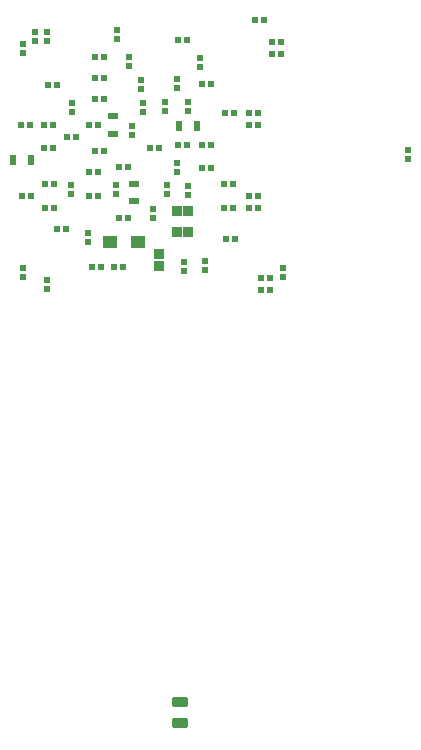
<source format=gbp>
G04*
G04 #@! TF.GenerationSoftware,Altium Limited,Altium Designer,21.5.1 (32)*
G04*
G04 Layer_Color=128*
%FSLAX44Y44*%
%MOMM*%
G71*
G04*
G04 #@! TF.SameCoordinates,CE61D733-3D9C-4286-B01C-F70B086857D8*
G04*
G04*
G04 #@! TF.FilePolarity,Positive*
G04*
G01*
G75*
%ADD30R,0.8200X0.8600*%
%ADD32R,0.8600X0.8200*%
%ADD84R,0.5153X0.4725*%
%ADD86R,0.4725X0.5153*%
%ADD92R,0.9500X0.5500*%
%ADD93R,0.5500X0.6000*%
%ADD94R,1.2500X1.1000*%
%ADD95R,0.5500X0.9500*%
G04:AMPARAMS|DCode=96|XSize=1.4mm|YSize=0.86mm|CornerRadius=0.145mm|HoleSize=0mm|Usage=FLASHONLY|Rotation=0.000|XOffset=0mm|YOffset=0mm|HoleType=Round|Shape=RoundedRectangle|*
%AMROUNDEDRECTD96*
21,1,1.4000,0.5700,0,0,0.0*
21,1,1.1100,0.8600,0,0,0.0*
1,1,0.2900,0.5550,-0.2850*
1,1,0.2900,-0.5550,-0.2850*
1,1,0.2900,-0.5550,0.2850*
1,1,0.2900,0.5550,0.2850*
%
%ADD96ROUNDEDRECTD96*%
%ADD97R,0.8200X0.8200*%
D30*
X554870Y660064D02*
D03*
Y669663D02*
D03*
D32*
X569940Y706494D02*
D03*
X579540D02*
D03*
D84*
X618854Y682717D02*
D03*
X611283D02*
D03*
X500955Y800742D02*
D03*
X508526D02*
D03*
X500955Y818785D02*
D03*
X508526D02*
D03*
X500955Y757243D02*
D03*
X508526D02*
D03*
X503243Y739200D02*
D03*
X495672D02*
D03*
Y719200D02*
D03*
X503243D02*
D03*
X495947Y779200D02*
D03*
X503518D02*
D03*
X508526Y836828D02*
D03*
X500955D02*
D03*
X458362Y729200D02*
D03*
X465933D02*
D03*
X458362Y709200D02*
D03*
X465933D02*
D03*
X439094Y719200D02*
D03*
X446666D02*
D03*
X570954Y850784D02*
D03*
X578526D02*
D03*
X638526Y789200D02*
D03*
Y779200D02*
D03*
Y719207D02*
D03*
X578526Y762121D02*
D03*
X638526Y709200D02*
D03*
X554871Y759200D02*
D03*
X460955Y812855D02*
D03*
X438145Y779200D02*
D03*
X476680Y769200D02*
D03*
X457412Y759200D02*
D03*
X520955Y743362D02*
D03*
X505473Y659195D02*
D03*
X468439Y691158D02*
D03*
X658525Y839200D02*
D03*
X650954Y849200D02*
D03*
X636158Y867562D02*
D03*
X610954Y789195D02*
D03*
X590954Y762121D02*
D03*
Y813474D02*
D03*
X464983Y779200D02*
D03*
X610222Y709200D02*
D03*
Y729200D02*
D03*
X590954Y742303D02*
D03*
X648525Y649200D02*
D03*
X640954Y639200D02*
D03*
X520955Y700278D02*
D03*
X517169Y659221D02*
D03*
X643730Y867562D02*
D03*
X570954Y762121D02*
D03*
X476011Y691158D02*
D03*
X468526Y812855D02*
D03*
X445717Y779200D02*
D03*
X497902Y659195D02*
D03*
X457412Y779200D02*
D03*
X524740Y659221D02*
D03*
X484251Y769200D02*
D03*
X464983Y759200D02*
D03*
X547299D02*
D03*
X598526Y742303D02*
D03*
Y762121D02*
D03*
Y813474D02*
D03*
X618526Y789195D02*
D03*
X630954Y719207D02*
D03*
Y789200D02*
D03*
Y779200D02*
D03*
X648525Y639200D02*
D03*
X650954Y839200D02*
D03*
X658525Y849200D02*
D03*
X528526Y700278D02*
D03*
Y743362D02*
D03*
X617793Y709200D02*
D03*
Y729200D02*
D03*
X630954Y709200D02*
D03*
X640954Y649200D02*
D03*
D86*
X480802Y727987D02*
D03*
Y720416D02*
D03*
X589735Y835915D02*
D03*
Y828344D02*
D03*
X494462Y679653D02*
D03*
Y687225D02*
D03*
X576140Y663392D02*
D03*
Y655821D02*
D03*
X594183Y664200D02*
D03*
Y656628D02*
D03*
X579740Y791034D02*
D03*
X559740Y798605D02*
D03*
X539725Y817253D02*
D03*
X569740Y739681D02*
D03*
X561697Y727986D02*
D03*
X519740Y851697D02*
D03*
X532430Y777986D02*
D03*
X518112Y720415D02*
D03*
X459745Y857991D02*
D03*
X481077Y790415D02*
D03*
X449740Y857986D02*
D03*
X439740Y840414D02*
D03*
X569740Y810301D02*
D03*
X541697Y790415D02*
D03*
X529735Y828949D02*
D03*
X579740Y727434D02*
D03*
X659740Y657986D02*
D03*
X550197Y707986D02*
D03*
X460500Y648036D02*
D03*
X439740Y657986D02*
D03*
Y650414D02*
D03*
Y847986D02*
D03*
X449740Y850414D02*
D03*
X460500Y640465D02*
D03*
X459745Y850419D02*
D03*
X481077Y797986D02*
D03*
X529735Y836521D02*
D03*
X519740Y859269D02*
D03*
X539725Y809682D02*
D03*
X550197Y700414D02*
D03*
X569740Y747253D02*
D03*
X532430Y770415D02*
D03*
X569740Y817872D02*
D03*
X579740Y719863D02*
D03*
X518112Y727986D02*
D03*
X561697Y720415D02*
D03*
X559740Y791034D02*
D03*
X579740Y798605D02*
D03*
X541697Y797986D02*
D03*
X659740Y650414D02*
D03*
D92*
X516387Y771700D02*
D03*
Y786700D02*
D03*
X534155Y714320D02*
D03*
Y729320D02*
D03*
D93*
X765810Y750630D02*
D03*
Y758130D02*
D03*
D94*
X537005Y679985D02*
D03*
X513504D02*
D03*
D95*
X587240Y778164D02*
D03*
X431543Y749200D02*
D03*
X446543D02*
D03*
X572240Y778164D02*
D03*
D96*
X572873Y290491D02*
D03*
Y272591D02*
D03*
D97*
X579740Y688452D02*
D03*
X569740D02*
D03*
M02*

</source>
